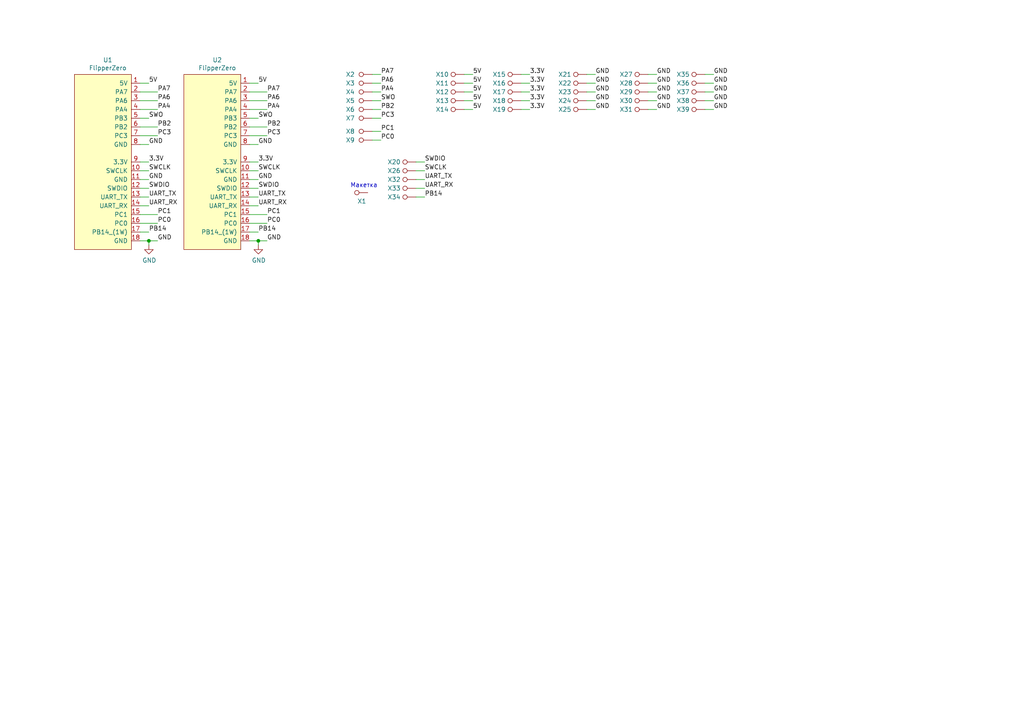
<source format=kicad_sch>
(kicad_sch (version 20231120) (generator "eeschema") (generator_version "8.0")
  (paper "A4")
  (lib_symbols
    (symbol "flipper-zen-rescue:FlipperZero-lomalkin_kicad_symbols" (pin_names (offset 1.016))
      (property "Reference" "U" (at 0 -25.4 0))
      (property "Value" "lomalkin_kicad_symbols_FlipperZero" (at 0 27.94 0))
      (symbol "FlipperZero-lomalkin_kicad_symbols_0_1"
        (rectangle (start 7.62 26.67) (end -8.89 -24.13) (fill (type background)))
      )
      (symbol "FlipperZero-lomalkin_kicad_symbols_1_1"
        (pin input line (at 10.16 24.13 180) (length 2.54) (name "5V") (number "1"))
        (pin input line (at 10.16 -1.27 180) (length 2.54) (name "SWCLK") (number "10"))
        (pin input line (at 10.16 -3.81 180) (length 2.54) (name "GND") (number "11"))
        (pin input line (at 10.16 -6.35 180) (length 2.54) (name "SWDIO") (number "12"))
        (pin input line (at 10.16 -8.89 180) (length 2.54) (name "UART_TX") (number "13"))
        (pin input line (at 10.16 -11.43 180) (length 2.54) (name "UART_RX") (number "14"))
        (pin input line (at 10.16 -13.97 180) (length 2.54) (name "PC1") (number "15"))
        (pin input line (at 10.16 -16.51 180) (length 2.54) (name "PC0") (number "16"))
        (pin input line (at 10.16 -19.05 180) (length 2.54) (name "PB14_(1W)") (number "17"))
        (pin input line (at 10.16 -21.59 180) (length 2.54) (name "GND") (number "18"))
        (pin input line (at 10.16 21.59 180) (length 2.54) (name "PA7") (number "2"))
        (pin input line (at 10.16 19.05 180) (length 2.54) (name "PA6") (number "3"))
        (pin input line (at 10.16 16.51 180) (length 2.54) (name "PA4") (number "4"))
        (pin input line (at 10.16 13.97 180) (length 2.54) (name "PB3") (number "5"))
        (pin input line (at 10.16 11.43 180) (length 2.54) (name "PB2") (number "6"))
        (pin input line (at 10.16 8.89 180) (length 2.54) (name "PC3") (number "7"))
        (pin input line (at 10.16 6.35 180) (length 2.54) (name "GND") (number "8"))
        (pin input line (at 10.16 1.27 180) (length 2.54) (name "3.3V") (number "9"))
      )
    )
    (symbol "flipper-zen-rescue:GND-power" (power) (pin_names (offset 0))
      (property "Value" "power_GND" (at 0 -3.81 0))
      (symbol "GND-power_0_1"
        (polyline (pts (xy 0 0) (xy 0 -1.27) (xy 1.27 -1.27) (xy 0 -2.54) (xy -1.27 -1.27) (xy 0 -1.27)))
      )
      (symbol "GND-power_1_1"
        (pin power_in line (at 0 0 270) (length 0) hide (name "GND") (number "1"))
      )
    )
    (symbol "flipper-zen-rescue:SolderPad-lomalkin_kicad_symbols" (pin_names (offset 1.016))
      (property "Reference" "X" (at 5.08 0 0))
      (symbol "SolderPad-lomalkin_kicad_symbols_0_1"
        (circle (center 3.175 0) (radius 0.635))
      )
      (symbol "SolderPad-lomalkin_kicad_symbols_1_1"
        (pin input line (at 0 0 0) (length 2.54) (name "~") (number "1"))
      )
    )
  )
  (junction (at 43.18 69.85))
  (junction (at 74.93 69.85))
  (wire (pts (xy 45.72 26.67) (xy 40.64 26.67)))
  (wire (pts (xy 72.39 64.77) (xy 77.47 64.77)))
  (wire (pts (xy 134.62 31.75) (xy 137.16 31.75)))
  (wire (pts (xy 40.64 36.83) (xy 45.72 36.83)))
  (wire (pts (xy 151.13 26.67) (xy 153.67 26.67)))
  (wire (pts (xy 170.18 24.13) (xy 172.72 24.13)))
  (wire (pts (xy 110.49 34.29) (xy 107.95 34.29)))
  (wire (pts (xy 43.18 54.61) (xy 40.64 54.61)))
  (wire (pts (xy 74.93 34.29) (xy 72.39 34.29)))
  (wire (pts (xy 134.62 29.21) (xy 137.16 29.21)))
  (wire (pts (xy 74.93 49.53) (xy 72.39 49.53)))
  (wire (pts (xy 110.49 29.21) (xy 107.95 29.21)))
  (wire (pts (xy 77.47 31.75) (xy 72.39 31.75)))
  (wire (pts (xy 40.64 29.21) (xy 45.72 29.21)))
  (wire (pts (xy 151.13 21.59) (xy 153.67 21.59)))
  (wire (pts (xy 40.64 64.77) (xy 45.72 64.77)))
  (wire (pts (xy 40.64 69.85) (xy 43.18 69.85)))
  (wire (pts (xy 107.95 38.1) (xy 110.49 38.1)))
  (wire (pts (xy 40.64 24.13) (xy 43.18 24.13)))
  (wire (pts (xy 204.47 21.59) (xy 207.01 21.59)))
  (wire (pts (xy 187.96 24.13) (xy 190.5 24.13)))
  (wire (pts (xy 120.65 46.99) (xy 123.19 46.99)))
  (wire (pts (xy 187.96 26.67) (xy 190.5 26.67)))
  (wire (pts (xy 123.19 49.53) (xy 120.65 49.53)))
  (wire (pts (xy 77.47 69.85) (xy 74.93 69.85)))
  (wire (pts (xy 77.47 62.23) (xy 72.39 62.23)))
  (wire (pts (xy 134.62 24.13) (xy 137.16 24.13)))
  (wire (pts (xy 151.13 29.21) (xy 153.67 29.21)))
  (wire (pts (xy 72.39 57.15) (xy 74.93 57.15)))
  (wire (pts (xy 170.18 29.21) (xy 172.72 29.21)))
  (wire (pts (xy 187.96 29.21) (xy 190.5 29.21)))
  (wire (pts (xy 204.47 29.21) (xy 207.01 29.21)))
  (wire (pts (xy 72.39 41.91) (xy 74.93 41.91)))
  (wire (pts (xy 74.93 69.85) (xy 74.93 71.12)))
  (wire (pts (xy 72.39 46.99) (xy 74.93 46.99)))
  (wire (pts (xy 45.72 31.75) (xy 40.64 31.75)))
  (wire (pts (xy 43.18 67.31) (xy 40.64 67.31)))
  (wire (pts (xy 43.18 59.69) (xy 40.64 59.69)))
  (wire (pts (xy 77.47 26.67) (xy 72.39 26.67)))
  (wire (pts (xy 40.64 46.99) (xy 43.18 46.99)))
  (wire (pts (xy 187.96 21.59) (xy 190.5 21.59)))
  (wire (pts (xy 45.72 69.85) (xy 43.18 69.85)))
  (wire (pts (xy 77.47 39.37) (xy 72.39 39.37)))
  (wire (pts (xy 43.18 69.85) (xy 43.18 71.12)))
  (wire (pts (xy 134.62 21.59) (xy 137.16 21.59)))
  (wire (pts (xy 110.49 24.13) (xy 107.95 24.13)))
  (wire (pts (xy 204.47 31.75) (xy 207.01 31.75)))
  (wire (pts (xy 134.62 26.67) (xy 137.16 26.67)))
  (wire (pts (xy 204.47 26.67) (xy 207.01 26.67)))
  (wire (pts (xy 107.95 21.59) (xy 110.49 21.59)))
  (wire (pts (xy 72.39 29.21) (xy 77.47 29.21)))
  (wire (pts (xy 123.19 54.61) (xy 120.65 54.61)))
  (wire (pts (xy 40.64 57.15) (xy 43.18 57.15)))
  (wire (pts (xy 170.18 26.67) (xy 172.72 26.67)))
  (wire (pts (xy 72.39 69.85) (xy 74.93 69.85)))
  (wire (pts (xy 72.39 36.83) (xy 77.47 36.83)))
  (wire (pts (xy 40.64 41.91) (xy 43.18 41.91)))
  (wire (pts (xy 40.64 52.07) (xy 43.18 52.07)))
  (wire (pts (xy 45.72 62.23) (xy 40.64 62.23)))
  (wire (pts (xy 170.18 31.75) (xy 172.72 31.75)))
  (wire (pts (xy 107.95 31.75) (xy 110.49 31.75)))
  (wire (pts (xy 74.93 59.69) (xy 72.39 59.69)))
  (wire (pts (xy 123.19 57.15) (xy 120.65 57.15)))
  (wire (pts (xy 72.39 52.07) (xy 74.93 52.07)))
  (wire (pts (xy 45.72 39.37) (xy 40.64 39.37)))
  (wire (pts (xy 74.93 54.61) (xy 72.39 54.61)))
  (wire (pts (xy 170.18 21.59) (xy 172.72 21.59)))
  (wire (pts (xy 43.18 49.53) (xy 40.64 49.53)))
  (wire (pts (xy 74.93 67.31) (xy 72.39 67.31)))
  (wire (pts (xy 204.47 24.13) (xy 207.01 24.13)))
  (wire (pts (xy 72.39 24.13) (xy 74.93 24.13)))
  (wire (pts (xy 151.13 31.75) (xy 153.67 31.75)))
  (wire (pts (xy 120.65 52.07) (xy 123.19 52.07)))
  (wire (pts (xy 43.18 34.29) (xy 40.64 34.29)))
  (wire (pts (xy 110.49 40.64) (xy 107.95 40.64)))
  (wire (pts (xy 151.13 24.13) (xy 153.67 24.13)))
  (wire (pts (xy 187.96 31.75) (xy 190.5 31.75)))
  (wire (pts (xy 107.95 26.67) (xy 110.49 26.67)))
  (text "Макетка" (at 101.6 54.61 0) (effects (font (size 1.27 1.27)) (justify left bottom)))
  (label "PA4" (at 110.49 26.67 0))
  (label "3.3V" (at 153.67 24.13 0))
  (label "GND" (at 172.72 31.75 0))
  (label "SWCLK" (at 123.19 49.53 0))
  (label "UART_TX" (at 43.18 57.15 0))
  (label "PC0" (at 45.72 64.77 0))
  (label "GND" (at 74.93 52.07 0))
  (label "SWO" (at 110.49 29.21 0))
  (label "PA6" (at 77.47 29.21 0))
  (label "UART_TX" (at 74.93 57.15 0))
  (label "3.3V" (at 153.67 29.21 0))
  (label "GND" (at 207.01 26.67 0))
  (label "PC0" (at 77.47 64.77 0))
  (label "PA7" (at 110.49 21.59 0))
  (label "GND" (at 190.5 26.67 0))
  (label "5V" (at 137.16 26.67 0))
  (label "PC1" (at 110.49 38.1 0))
  (label "GND" (at 43.18 41.91 0))
  (label "3.3V" (at 153.67 21.59 0))
  (label "PC3" (at 45.72 39.37 0))
  (label "GND" (at 43.18 52.07 0))
  (label "UART_TX" (at 123.19 52.07 0))
  (label "PA6" (at 110.49 24.13 0))
  (label "PC0" (at 110.49 40.64 0))
  (label "GND" (at 190.5 24.13 0))
  (label "GND" (at 190.5 31.75 0))
  (label "SWO" (at 43.18 34.29 0))
  (label "GND" (at 77.47 69.85 0))
  (label "GND" (at 172.72 21.59 0))
  (label "SWDIO" (at 123.19 46.99 0))
  (label "PA7" (at 77.47 26.67 0))
  (label "SWCLK" (at 74.93 49.53 0))
  (label "SWDIO" (at 74.93 54.61 0))
  (label "PC1" (at 77.47 62.23 0))
  (label "PA4" (at 77.47 31.75 0))
  (label "3.3V" (at 153.67 26.67 0))
  (label "PB14" (at 43.18 67.31 0))
  (label "5V" (at 43.18 24.13 0))
  (label "5V" (at 137.16 21.59 0))
  (label "PB2" (at 77.47 36.83 0))
  (label "PC3" (at 77.47 39.37 0))
  (label "5V" (at 74.93 24.13 0))
  (label "GND" (at 45.72 69.85 0))
  (label "SWO" (at 74.93 34.29 0))
  (label "GND" (at 207.01 21.59 0))
  (label "UART_RX" (at 74.93 59.69 0))
  (label "GND" (at 172.72 24.13 0))
  (label "SWCLK" (at 43.18 49.53 0))
  (label "GND" (at 207.01 29.21 0))
  (label "GND" (at 172.72 26.67 0))
  (label "3.3V" (at 43.18 46.99 0))
  (label "GND" (at 172.72 29.21 0))
  (label "5V" (at 137.16 29.21 0))
  (label "5V" (at 137.16 24.13 0))
  (label "PC1" (at 45.72 62.23 0))
  (label "UART_RX" (at 43.18 59.69 0))
  (label "PA7" (at 45.72 26.67 0))
  (label "PB2" (at 110.49 31.75 0))
  (label "5V" (at 137.16 31.75 0))
  (label "PA4" (at 45.72 31.75 0))
  (label "SWDIO" (at 43.18 54.61 0))
  (label "GND" (at 207.01 31.75 0))
  (label "3.3V" (at 153.67 31.75 0))
  (label "PA6" (at 45.72 29.21 0))
  (label "PB2" (at 45.72 36.83 0))
  (label "PB14" (at 74.93 67.31 0))
  (label "UART_RX" (at 123.19 54.61 0))
  (label "GND" (at 190.5 29.21 0))
  (label "PC3" (at 110.49 34.29 0))
  (label "GND" (at 190.5 21.59 0))
  (label "PB14" (at 123.19 57.15 0))
  (label "3.3V" (at 74.93 46.99 0))
  (label "GND" (at 207.01 24.13 0))
  (label "GND" (at 74.93 41.91 0))
  (symbol (lib_id "flipper-zen-rescue:SolderPad-lomalkin_kicad_symbols") (at 106.68 55.88 180) (unit 1)
    (property "Reference" "X1" (at 104.9528 58.3692 0))
    (property "Value" "SolderPad" (effects (hide yes)))
    (property "Footprint" "lomalkin_kicad_footprints:Flipper-SolderPad" (effects (hide yes)))
  )
  (symbol (lib_id "flipper-zen-rescue:FlipperZero-lomalkin_kicad_symbols") (at 30.48 48.26 0) (unit 1)
    (property "Reference" "U1" (at 31.2674 17.399 0))
    (property "Value" "FlipperZero" (at 31.2674 19.7104 0))
    (property "Footprint" "lomalkin_kicad_footprints:FlipperZero" (effects (hide yes)))
  )
  (symbol (lib_id "flipper-zen-rescue:GND-power") (at 43.18 71.12 0) (unit 1)
    (property "Reference" "#PWR0101" (effects (hide yes)))
    (property "Value" "GND" (at 43.307 75.5142 0))
  )
  (symbol (lib_id "flipper-zen-rescue:SolderPad-lomalkin_kicad_symbols") (at 120.65 46.99 180) (unit 1)
    (property "Reference" "X20" (at 114.3 46.99 0))
    (property "Value" "SolderPad" (effects (hide yes)))
    (property "Footprint" "lomalkin_kicad_footprints:Flipper-SolderPad" (effects (hide yes)))
  )
  (symbol (lib_id "flipper-zen-rescue:SolderPad-lomalkin_kicad_symbols") (at 120.65 49.53 180) (unit 1)
    (property "Reference" "X26" (at 114.3 49.53 0))
    (property "Value" "SolderPad" (effects (hide yes)))
    (property "Footprint" "lomalkin_kicad_footprints:Flipper-SolderPad" (effects (hide yes)))
  )
  (symbol (lib_id "flipper-zen-rescue:SolderPad-lomalkin_kicad_symbols") (at 120.65 52.07 180) (unit 1)
    (property "Reference" "X32" (at 114.3 52.07 0))
    (property "Value" "SolderPad" (effects (hide yes)))
    (property "Footprint" "lomalkin_kicad_footprints:Flipper-SolderPad" (effects (hide yes)))
  )
  (symbol (lib_id "flipper-zen-rescue:SolderPad-lomalkin_kicad_symbols") (at 120.65 54.61 180) (unit 1)
    (property "Reference" "X33" (at 114.3 54.61 0))
    (property "Value" "SolderPad" (effects (hide yes)))
    (property "Footprint" "lomalkin_kicad_footprints:Flipper-SolderPad" (effects (hide yes)))
  )
  (symbol (lib_id "flipper-zen-rescue:SolderPad-lomalkin_kicad_symbols") (at 120.65 57.15 180) (unit 1)
    (property "Reference" "X34" (at 114.3 57.15 0))
    (property "Value" "SolderPad" (effects (hide yes)))
    (property "Footprint" "lomalkin_kicad_footprints:Flipper-SolderPad" (effects (hide yes)))
  )
  (symbol (lib_id "flipper-zen-rescue:SolderPad-lomalkin_kicad_symbols") (at 204.47 21.59 180) (unit 1)
    (property "Reference" "X35" (at 198.12 21.59 0))
    (property "Value" "SolderPad" (effects (hide yes)))
    (property "Footprint" "lomalkin_kicad_footprints:Flipper-SolderPad" (effects (hide yes)))
  )
  (symbol (lib_id "flipper-zen-rescue:SolderPad-lomalkin_kicad_symbols") (at 204.47 24.13 180) (unit 1)
    (property "Reference" "X36" (at 198.12 24.13 0))
    (property "Value" "SolderPad" (effects (hide yes)))
    (property "Footprint" "lomalkin_kicad_footprints:Flipper-SolderPad" (effects (hide yes)))
  )
  (symbol (lib_id "flipper-zen-rescue:SolderPad-lomalkin_kicad_symbols") (at 204.47 26.67 180) (unit 1)
    (property "Reference" "X37" (at 198.12 26.67 0))
    (property "Value" "SolderPad" (effects (hide yes)))
    (property "Footprint" "lomalkin_kicad_footprints:Flipper-SolderPad" (effects (hide yes)))
  )
  (symbol (lib_id "flipper-zen-rescue:SolderPad-lomalkin_kicad_symbols") (at 204.47 29.21 180) (unit 1)
    (property "Reference" "X38" (at 198.12 29.21 0))
    (property "Value" "SolderPad" (effects (hide yes)))
    (property "Footprint" "lomalkin_kicad_footprints:Flipper-SolderPad" (effects (hide yes)))
  )
  (symbol (lib_id "flipper-zen-rescue:SolderPad-lomalkin_kicad_symbols") (at 204.47 31.75 180) (unit 1)
    (property "Reference" "X39" (at 198.12 31.75 0))
    (property "Value" "SolderPad" (effects (hide yes)))
    (property "Footprint" "lomalkin_kicad_footprints:Flipper-SolderPad" (effects (hide yes)))
  )
  (symbol (lib_id "flipper-zen-rescue:FlipperZero-lomalkin_kicad_symbols") (at 62.23 48.26 0) (unit 1)
    (property "Reference" "U2" (at 63.0174 17.399 0))
    (property "Value" "FlipperZero" (at 63.0174 19.7104 0))
    (property "Footprint" "lomalkin_kicad_footprints:FlipperZero" (effects (hide yes)))
  )
  (symbol (lib_id "flipper-zen-rescue:GND-power") (at 74.93 71.12 0) (unit 1)
    (property "Reference" "#PWR0109" (effects (hide yes)))
    (property "Value" "GND" (at 75.057 75.5142 0))
  )
  (symbol (lib_id "flipper-zen-rescue:SolderPad-lomalkin_kicad_symbols") (at 107.95 21.59 180) (unit 1)
    (property "Reference" "X2" (at 101.6 21.59 0))
    (property "Value" "SolderPad" (effects (hide yes)))
    (property "Footprint" "lomalkin_kicad_footprints:Flipper-SolderPad" (effects (hide yes)))
  )
  (symbol (lib_id "flipper-zen-rescue:SolderPad-lomalkin_kicad_symbols") (at 107.95 24.13 180) (unit 1)
    (property "Reference" "X3" (at 101.6 24.13 0))
    (property "Value" "SolderPad" (effects (hide yes)))
    (property "Footprint" "lomalkin_kicad_footprints:Flipper-SolderPad" (effects (hide yes)))
  )
  (symbol (lib_id "flipper-zen-rescue:SolderPad-lomalkin_kicad_symbols") (at 107.95 26.67 180) (unit 1)
    (property "Reference" "X4" (at 101.6 26.67 0))
    (property "Value" "SolderPad" (effects (hide yes)))
    (property "Footprint" "lomalkin_kicad_footprints:Flipper-SolderPad" (effects (hide yes)))
  )
  (symbol (lib_id "flipper-zen-rescue:SolderPad-lomalkin_kicad_symbols") (at 107.95 29.21 180) (unit 1)
    (property "Reference" "X5" (at 101.6 29.21 0))
    (property "Value" "SolderPad" (effects (hide yes)))
    (property "Footprint" "lomalkin_kicad_footprints:Flipper-SolderPad" (effects (hide yes)))
  )
  (symbol (lib_id "flipper-zen-rescue:SolderPad-lomalkin_kicad_symbols") (at 107.95 31.75 180) (unit 1)
    (property "Reference" "X6" (at 101.6 31.75 0))
    (property "Value" "SolderPad" (effects (hide yes)))
    (property "Footprint" "lomalkin_kicad_footprints:Flipper-SolderPad" (effects (hide yes)))
  )
  (symbol (lib_id "flipper-zen-rescue:SolderPad-lomalkin_kicad_symbols") (at 107.95 34.29 180) (unit 1)
    (property "Reference" "X7" (at 101.6 34.29 0))
    (property "Value" "SolderPad" (effects (hide yes)))
    (property "Footprint" "lomalkin_kicad_footprints:Flipper-SolderPad" (effects (hide yes)))
  )
  (symbol (lib_id "flipper-zen-rescue:SolderPad-lomalkin_kicad_symbols") (at 107.95 38.1 180) (unit 1)
    (property "Reference" "X8" (at 101.6 38.1 0))
    (property "Value" "SolderPad" (effects (hide yes)))
    (property "Footprint" "lomalkin_kicad_footprints:Flipper-SolderPad" (effects (hide yes)))
  )
  (symbol (lib_id "flipper-zen-rescue:SolderPad-lomalkin_kicad_symbols") (at 107.95 40.64 180) (unit 1)
    (property "Reference" "X9" (at 101.6 40.64 0))
    (property "Value" "SolderPad" (effects (hide yes)))
    (property "Footprint" "lomalkin_kicad_footprints:Flipper-SolderPad" (effects (hide yes)))
  )
  (symbol (lib_id "flipper-zen-rescue:SolderPad-lomalkin_kicad_symbols") (at 134.62 21.59 180) (unit 1)
    (property "Reference" "X10" (at 128.27 21.59 0))
    (property "Value" "SolderPad" (effects (hide yes)))
    (property "Footprint" "lomalkin_kicad_footprints:Flipper-SolderPad" (effects (hide yes)))
  )
  (symbol (lib_id "flipper-zen-rescue:SolderPad-lomalkin_kicad_symbols") (at 134.62 24.13 180) (unit 1)
    (property "Reference" "X11" (at 128.27 24.13 0))
    (property "Value" "SolderPad" (effects (hide yes)))
    (property "Footprint" "lomalkin_kicad_footprints:Flipper-SolderPad" (effects (hide yes)))
  )
  (symbol (lib_id "flipper-zen-rescue:SolderPad-lomalkin_kicad_symbols") (at 134.62 26.67 180) (unit 1)
    (property "Reference" "X12" (at 128.27 26.67 0))
    (property "Value" "SolderPad" (effects (hide yes)))
    (property "Footprint" "lomalkin_kicad_footprints:Flipper-SolderPad" (effects (hide yes)))
  )
  (symbol (lib_id "flipper-zen-rescue:SolderPad-lomalkin_kicad_symbols") (at 134.62 29.21 180) (unit 1)
    (property "Reference" "X13" (at 128.27 29.21 0))
    (property "Value" "SolderPad" (effects (hide yes)))
    (property "Footprint" "lomalkin_kicad_footprints:Flipper-SolderPad" (effects (hide yes)))
  )
  (symbol (lib_id "flipper-zen-rescue:SolderPad-lomalkin_kicad_symbols") (at 134.62 31.75 180) (unit 1)
    (property "Reference" "X14" (at 128.27 31.75 0))
    (property "Value" "SolderPad" (effects (hide yes)))
    (property "Footprint" "lomalkin_kicad_footprints:Flipper-SolderPad" (effects (hide yes)))
  )
  (symbol (lib_id "flipper-zen-rescue:SolderPad-lomalkin_kicad_symbols") (at 151.13 21.59 180) (unit 1)
    (property "Reference" "X15" (at 144.78 21.59 0))
    (property "Value" "SolderPad" (effects (hide yes)))
    (property "Footprint" "lomalkin_kicad_footprints:Flipper-SolderPad" (effects (hide yes)))
  )
  (symbol (lib_id "flipper-zen-rescue:SolderPad-lomalkin_kicad_symbols") (at 151.13 24.13 180) (unit 1)
    (property "Reference" "X16" (at 144.78 24.13 0))
    (property "Value" "SolderPad" (effects (hide yes)))
    (property "Footprint" "lomalkin_kicad_footprints:Flipper-SolderPad" (effects (hide yes)))
  )
  (symbol (lib_id "flipper-zen-rescue:SolderPad-lomalkin_kicad_symbols") (at 151.13 26.67 180) (unit 1)
    (property "Reference" "X17" (at 144.78 26.67 0))
    (property "Value" "SolderPad" (effects (hide yes)))
    (property "Footprint" "lomalkin_kicad_footprints:Flipper-SolderPad" (effects (hide yes)))
  )
  (symbol (lib_id "flipper-zen-rescue:SolderPad-lomalkin_kicad_symbols") (at 151.13 29.21 180) (unit 1)
    (property "Reference" "X18" (at 144.78 29.21 0))
    (property "Value" "SolderPad" (effects (hide yes)))
    (property "Footprint" "lomalkin_kicad_footprints:Flipper-SolderPad" (effects (hide yes)))
  )
  (symbol (lib_id "flipper-zen-rescue:SolderPad-lomalkin_kicad_symbols") (at 151.13 31.75 180) (unit 1)
    (property "Reference" "X19" (at 144.78 31.75 0))
    (property "Value" "SolderPad" (effects (hide yes)))
    (property "Footprint" "lomalkin_kicad_footprints:Flipper-SolderPad" (effects (hide yes)))
  )
  (symbol (lib_id "flipper-zen-rescue:SolderPad-lomalkin_kicad_symbols") (at 170.18 21.59 180) (unit 1)
    (property "Reference" "X21" (at 163.83 21.59 0))
    (property "Value" "SolderPad" (effects (hide yes)))
    (property "Footprint" "lomalkin_kicad_footprints:Flipper-SolderPad" (effects (hide yes)))
  )
  (symbol (lib_id "flipper-zen-rescue:SolderPad-lomalkin_kicad_symbols") (at 170.18 24.13 180) (unit 1)
    (property "Reference" "X22" (at 163.83 24.13 0))
    (property "Value" "SolderPad" (effects (hide yes)))
    (property "Footprint" "lomalkin_kicad_footprints:Flipper-SolderPad" (effects (hide yes)))
  )
  (symbol (lib_id "flipper-zen-rescue:SolderPad-lomalkin_kicad_symbols") (at 170.18 26.67 180) (unit 1)
    (property "Reference" "X23" (at 163.83 26.67 0))
    (property "Value" "SolderPad" (effects (hide yes)))
    (property "Footprint" "lomalkin_kicad_footprints:Flipper-SolderPad" (effects (hide yes)))
  )
  (symbol (lib_id "flipper-zen-rescue:SolderPad-lomalkin_kicad_symbols") (at 170.18 29.21 180) (unit 1)
    (property "Reference" "X24" (at 163.83 29.21 0))
    (property "Value" "SolderPad" (effects (hide yes)))
    (property "Footprint" "lomalkin_kicad_footprints:Flipper-SolderPad" (effects (hide yes)))
  )
  (symbol (lib_id "flipper-zen-rescue:SolderPad-lomalkin_kicad_symbols") (at 170.18 31.75 180) (unit 1)
    (property "Reference" "X25" (at 163.83 31.75 0))
    (property "Value" "SolderPad" (effects (hide yes)))
    (property "Footprint" "lomalkin_kicad_footprints:Flipper-SolderPad" (effects (hide yes)))
  )
  (symbol (lib_id "flipper-zen-rescue:SolderPad-lomalkin_kicad_symbols") (at 187.96 21.59 180) (unit 1)
    (property "Reference" "X27" (at 181.61 21.59 0))
    (property "Value" "SolderPad" (effects (hide yes)))
    (property "Footprint" "lomalkin_kicad_footprints:Flipper-SolderPad" (effects (hide yes)))
  )
  (symbol (lib_id "flipper-zen-rescue:SolderPad-lomalkin_kicad_symbols") (at 187.96 24.13 180) (unit 1)
    (property "Reference" "X28" (at 181.61 24.13 0))
    (property "Value" "SolderPad" (effects (hide yes)))
    (property "Footprint" "lomalkin_kicad_footprints:Flipper-SolderPad" (effects (hide yes)))
  )
  (symbol (lib_id "flipper-zen-rescue:SolderPad-lomalkin_kicad_symbols") (at 187.96 26.67 180) (unit 1)
    (property "Reference" "X29" (at 181.61 26.67 0))
    (property "Value" "SolderPad" (effects (hide yes)))
    (property "Footprint" "lomalkin_kicad_footprints:Flipper-SolderPad" (effects (hide yes)))
  )
  (symbol (lib_id "flipper-zen-rescue:SolderPad-lomalkin_kicad_symbols") (at 187.96 29.21 180) (unit 1)
    (property "Reference" "X30" (at 181.61 29.21 0))
    (property "Value" "SolderPad" (effects (hide yes)))
    (property "Footprint" "lomalkin_kicad_footprints:Flipper-SolderPad" (effects (hide yes)))
  )
  (symbol (lib_id "flipper-zen-rescue:SolderPad-lomalkin_kicad_symbols") (at 187.96 31.75 180) (unit 1)
    (property "Reference" "X31" (at 181.61 31.75 0))
    (property "Value" "SolderPad" (effects (hide yes)))
    (property "Footprint" "lomalkin_kicad_footprints:Flipper-SolderPad" (effects (hide yes)))
  )
)
</source>
